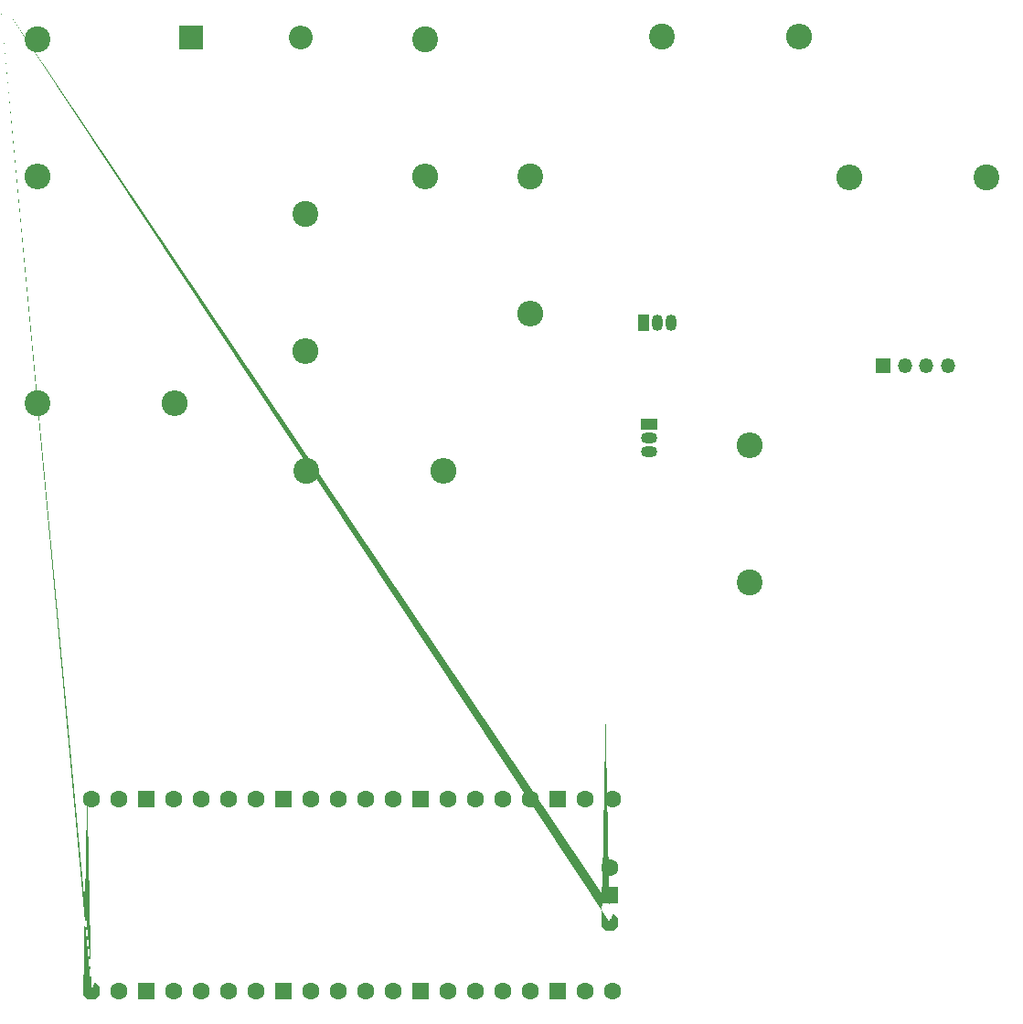
<source format=gbr>
%TF.GenerationSoftware,KiCad,Pcbnew,7.0.1*%
%TF.CreationDate,2023-05-23T10:25:23-05:00*%
%TF.ProjectId,simulacion_Carro,73696d75-6c61-4636-996f-6e5f43617272,rev?*%
%TF.SameCoordinates,Original*%
%TF.FileFunction,Soldermask,Bot*%
%TF.FilePolarity,Negative*%
%FSLAX46Y46*%
G04 Gerber Fmt 4.6, Leading zero omitted, Abs format (unit mm)*
G04 Created by KiCad (PCBNEW 7.0.1) date 2023-05-23 10:25:23*
%MOMM*%
%LPD*%
G01*
G04 APERTURE LIST*
G04 Aperture macros list*
%AMRoundRect*
0 Rectangle with rounded corners*
0 $1 Rounding radius*
0 $2 $3 $4 $5 $6 $7 $8 $9 X,Y pos of 4 corners*
0 Add a 4 corners polygon primitive as box body*
4,1,4,$2,$3,$4,$5,$6,$7,$8,$9,$2,$3,0*
0 Add four circle primitives for the rounded corners*
1,1,$1+$1,$2,$3*
1,1,$1+$1,$4,$5*
1,1,$1+$1,$6,$7*
1,1,$1+$1,$8,$9*
0 Add four rect primitives between the rounded corners*
20,1,$1+$1,$2,$3,$4,$5,0*
20,1,$1+$1,$4,$5,$6,$7,0*
20,1,$1+$1,$6,$7,$8,$9,0*
20,1,$1+$1,$8,$9,$2,$3,0*%
%AMFreePoly0*
4,1,58,0.281242,0.792533,0.314585,0.788777,0.324216,0.782725,0.335306,0.780194,0.361541,0.759271,0.389950,0.741421,0.741421,0.389950,0.759271,0.361541,0.780194,0.335306,0.782725,0.324216,0.788777,0.314585,0.792533,0.281242,0.800000,0.248529,0.800000,-0.248529,0.792533,-0.281242,0.788777,-0.314585,0.782725,-0.324216,0.780194,-0.335306,0.759271,-0.361541,0.741421,-0.389950,
0.389950,-0.741421,0.361541,-0.759271,0.335306,-0.780194,0.324216,-0.782725,0.314585,-0.788777,0.281242,-0.792533,0.248529,-0.800000,0.000000,-0.800000,-0.248529,-0.800000,-0.281242,-0.792533,-0.314585,-0.788777,-0.324216,-0.782725,-0.335306,-0.780194,-0.361541,-0.759271,-0.389950,-0.741421,-0.741421,-0.389950,-0.759271,-0.361541,-0.780194,-0.335306,-0.782725,-0.324216,-0.788777,-0.314585,
-0.792533,-0.281242,-0.800000,-0.248529,-0.800000,0.248529,-0.792533,0.281242,-0.788777,0.314585,-0.782725,0.324216,-0.780194,0.335306,-0.759271,0.361541,-0.741421,0.389950,-0.389950,0.741421,-0.361541,0.759271,-0.335306,0.780194,-0.324216,0.782725,-0.314585,0.788777,-0.281242,0.792533,-0.248529,0.800000,0.248529,0.800000,0.281242,0.792533,0.281242,0.792533,$1*%
G04 Aperture macros list end*
%ADD10C,2.400000*%
%ADD11O,2.400000X2.400000*%
%ADD12R,1.350000X1.350000*%
%ADD13O,1.350000X1.350000*%
%ADD14R,2.200000X2.200000*%
%ADD15O,2.200000X2.200000*%
%ADD16R,1.050000X1.500000*%
%ADD17O,1.050000X1.500000*%
%ADD18R,1.500000X1.050000*%
%ADD19O,1.500000X1.050000*%
%ADD20FreePoly0,90.000000*%
%ADD21C,1.600000*%
%ADD22RoundRect,0.200000X0.600000X-0.600000X0.600000X0.600000X-0.600000X0.600000X-0.600000X-0.600000X0*%
G04 APERTURE END LIST*
D10*
%TO.C,R4*%
X167919400Y-54864000D03*
D11*
X180619400Y-54864000D03*
%TD*%
D10*
%TO.C,R6*%
X135001000Y-95021400D03*
D11*
X147701000Y-95021400D03*
%TD*%
D12*
%TO.C,J1*%
X188386200Y-85293200D03*
D13*
X190386200Y-85293200D03*
X192386200Y-85293200D03*
X194386200Y-85293200D03*
%TD*%
D10*
%TO.C,R9*%
X155702000Y-67767200D03*
D11*
X155702000Y-80467200D03*
%TD*%
D10*
%TO.C,R1*%
X110058200Y-55041800D03*
D11*
X110058200Y-67741800D03*
%TD*%
D14*
%TO.C,D1*%
X124333000Y-54914800D03*
D15*
X134493000Y-54914800D03*
%TD*%
D10*
%TO.C,R7*%
X110109000Y-88747600D03*
D11*
X122809000Y-88747600D03*
%TD*%
D16*
%TO.C,Q2*%
X166243000Y-81305400D03*
D17*
X167513000Y-81305400D03*
X168783000Y-81305400D03*
%TD*%
D10*
%TO.C,R8*%
X134874000Y-71221600D03*
D11*
X134874000Y-83921600D03*
%TD*%
D10*
%TO.C,R3*%
X197916800Y-67843400D03*
D11*
X185216800Y-67843400D03*
%TD*%
D10*
%TO.C,R5*%
X175996600Y-105384600D03*
D11*
X175996600Y-92684600D03*
%TD*%
D18*
%TO.C,Q3*%
X166674800Y-90754200D03*
D19*
X166674800Y-92024200D03*
X166674800Y-93294200D03*
%TD*%
D10*
%TO.C,R2*%
X145973800Y-55041800D03*
D11*
X145973800Y-67741800D03*
%TD*%
D20*
%TO.C,A1*%
X115062000Y-143205000D03*
D21*
X117602000Y-143205000D03*
D22*
X120142000Y-143205000D03*
D21*
X122682000Y-143205000D03*
X125222000Y-143205000D03*
X127762000Y-143205000D03*
X130302000Y-143205000D03*
D22*
X132842000Y-143205000D03*
D21*
X135382000Y-143205000D03*
X137922000Y-143205000D03*
X140462000Y-143205000D03*
X143002000Y-143205000D03*
D22*
X145542000Y-143205000D03*
D21*
X148082000Y-143205000D03*
X150622000Y-143205000D03*
X153162000Y-143205000D03*
X155702000Y-143205000D03*
D22*
X158242000Y-143205000D03*
D21*
X160782000Y-143205000D03*
X163322000Y-143205000D03*
X163322000Y-125425000D03*
X160782000Y-125425000D03*
D22*
X158242000Y-125425000D03*
D21*
X155702000Y-125425000D03*
X153162000Y-125425000D03*
X150622000Y-125425000D03*
X148082000Y-125425000D03*
D22*
X145542000Y-125425000D03*
D21*
X143002000Y-125425000D03*
X140462000Y-125425000D03*
X137922000Y-125425000D03*
X135382000Y-125425000D03*
D22*
X132842000Y-125425000D03*
D21*
X130302000Y-125425000D03*
X127762000Y-125425000D03*
X125222000Y-125425000D03*
X122682000Y-125425000D03*
D22*
X120142000Y-125425000D03*
D21*
X117602000Y-125425000D03*
X115062000Y-125425000D03*
D20*
X163092000Y-136855000D03*
D22*
X163092000Y-134315000D03*
D21*
X163092000Y-131775000D03*
%TD*%
M02*

</source>
